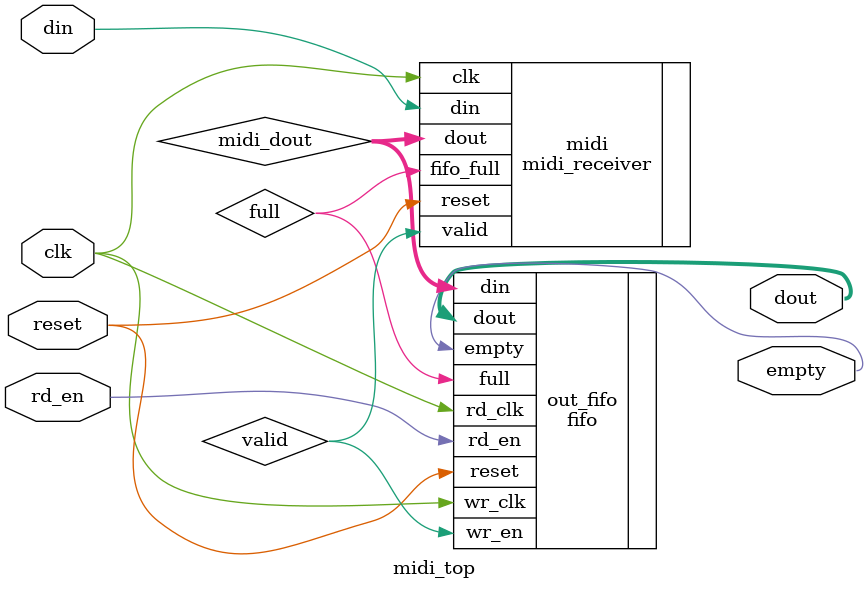
<source format=sv>
module midi_top(
    input  logic clk,
    input  logic reset,
    input  logic din,
    output logic [7:0] dout,
    input  logic rd_en,
    output logic empty
);

logic [7:0] midi_dout;
logic full;

midi_receiver midi (
    .clk(clk),
    .reset(reset),
    .din(din),
    .dout(midi_dout),
    .valid(valid),
    .fifo_full(full)
);

fifo #(
    .FIFO_DATA_WIDTH(8),
    .FIFO_BUFFER_SIZE(16)
) out_fifo (
    .reset(reset),
    .wr_clk(clk),
    .wr_en(valid),
    .din(midi_dout),
    .full(full),
    .rd_clk(clk),
    .rd_en(rd_en),
    .dout(dout),
    .empty(empty)
);

endmodule

</source>
